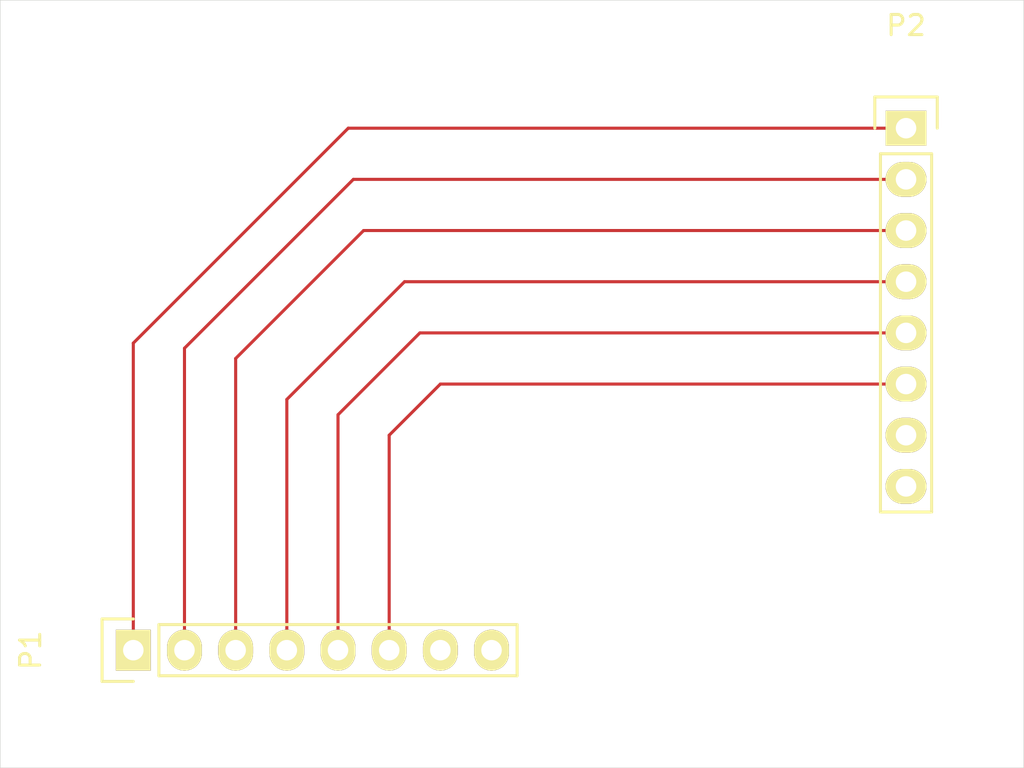
<source format=kicad_pcb>
(kicad_pcb (version 4) (host pcbnew 0.201508210901+6109~28~ubuntu14.04.1-product)

  (general
    (links 8)
    (no_connects 2)
    (area 106.667299 91.427299 157.492701 129.552701)
    (thickness 1.6)
    (drawings 4)
    (tracks 18)
    (zones 0)
    (modules 2)
    (nets 9)
  )

  (page A)
  (layers
    (0 F.Cu signal)
    (1 gnd_layer power)
    (2 vcc_layer power)
    (31 B.Cu signal)
    (32 B.Adhes user)
    (33 F.Adhes user)
    (34 B.Paste user)
    (35 F.Paste user)
    (36 B.SilkS user)
    (37 F.SilkS user)
    (38 B.Mask user)
    (39 F.Mask user)
    (40 Dwgs.User user)
    (41 Cmts.User user)
    (42 Eco1.User user)
    (43 Eco2.User user)
    (44 Edge.Cuts user)
    (45 Margin user)
    (46 B.CrtYd user)
    (47 F.CrtYd user)
    (48 B.Fab user)
    (49 F.Fab user)
  )

  (setup
    (last_trace_width 0.2032)
    (user_trace_width 0.1524)
    (user_trace_width 0.2032)
    (user_trace_width 0.254)
    (trace_clearance 0.2)
    (zone_clearance 0.508)
    (zone_45_only no)
    (trace_min 0.1524)
    (segment_width 0.2)
    (edge_width 0.0254)
    (via_size 0.6)
    (via_drill 0.4)
    (via_min_size 0.508)
    (via_min_drill 0.3048)
    (user_via 0.6096 0.254)
    (user_via 0.762 0.381)
    (uvia_size 0.3)
    (uvia_drill 0.1)
    (uvias_allowed no)
    (uvia_min_size 0)
    (uvia_min_drill 0)
    (pcb_text_width 0.3)
    (pcb_text_size 1.5 1.5)
    (mod_edge_width 0.15)
    (mod_text_size 1 1)
    (mod_text_width 0.15)
    (pad_size 1.5 1.5)
    (pad_drill 0.6)
    (pad_to_mask_clearance 0)
    (aux_axis_origin 0 0)
    (visible_elements FFFFFF7F)
    (pcbplotparams
      (layerselection 0x00030_80000001)
      (usegerberextensions false)
      (excludeedgelayer true)
      (linewidth 0.100000)
      (plotframeref false)
      (viasonmask false)
      (mode 1)
      (useauxorigin false)
      (hpglpennumber 1)
      (hpglpenspeed 20)
      (hpglpendiameter 15)
      (hpglpenoverlay 2)
      (psnegative false)
      (psa4output false)
      (plotreference true)
      (plotvalue true)
      (plotinvisibletext false)
      (padsonsilk false)
      (subtractmaskfromsilk false)
      (outputformat 1)
      (mirror false)
      (drillshape 1)
      (scaleselection 1)
      (outputdirectory ""))
  )

  (net 0 "")
  (net 1 /diff0_p)
  (net 2 /diff0_n)
  (net 3 /diff1_p)
  (net 4 /diff1_n)
  (net 5 /diff2_p)
  (net 6 /diff2_n)
  (net 7 /GND)
  (net 8 /VCC)

  (net_class Default "This is the default net class."
    (clearance 0.2)
    (trace_width 0.25)
    (via_dia 0.6)
    (via_drill 0.4)
    (uvia_dia 0.3)
    (uvia_drill 0.1)
    (add_net /GND)
    (add_net /VCC)
    (add_net /diff0_n)
    (add_net /diff0_p)
    (add_net /diff1_n)
    (add_net /diff1_p)
    (add_net /diff2_n)
    (add_net /diff2_p)
  )

  (module Pin_Headers:Pin_Header_Straight_1x08 (layer F.Cu) (tedit 0) (tstamp 55D7A653)
    (at 113.284 123.698 90)
    (descr "Through hole pin header")
    (tags "pin header")
    (path /55D7A067)
    (fp_text reference P1 (at 0 -5.1 90) (layer F.SilkS)
      (effects (font (size 1 1) (thickness 0.15)))
    )
    (fp_text value CONN_01X08 (at 0 -3.1 90) (layer F.Fab)
      (effects (font (size 1 1) (thickness 0.15)))
    )
    (fp_line (start -1.75 -1.75) (end -1.75 19.55) (layer F.CrtYd) (width 0.05))
    (fp_line (start 1.75 -1.75) (end 1.75 19.55) (layer F.CrtYd) (width 0.05))
    (fp_line (start -1.75 -1.75) (end 1.75 -1.75) (layer F.CrtYd) (width 0.05))
    (fp_line (start -1.75 19.55) (end 1.75 19.55) (layer F.CrtYd) (width 0.05))
    (fp_line (start 1.27 1.27) (end 1.27 19.05) (layer F.SilkS) (width 0.15))
    (fp_line (start 1.27 19.05) (end -1.27 19.05) (layer F.SilkS) (width 0.15))
    (fp_line (start -1.27 19.05) (end -1.27 1.27) (layer F.SilkS) (width 0.15))
    (fp_line (start 1.55 -1.55) (end 1.55 0) (layer F.SilkS) (width 0.15))
    (fp_line (start 1.27 1.27) (end -1.27 1.27) (layer F.SilkS) (width 0.15))
    (fp_line (start -1.55 0) (end -1.55 -1.55) (layer F.SilkS) (width 0.15))
    (fp_line (start -1.55 -1.55) (end 1.55 -1.55) (layer F.SilkS) (width 0.15))
    (pad 1 thru_hole rect (at 0 0 90) (size 2.032 1.7272) (drill 1.016) (layers *.Cu *.Mask F.SilkS)
      (net 1 /diff0_p))
    (pad 2 thru_hole oval (at 0 2.54 90) (size 2.032 1.7272) (drill 1.016) (layers *.Cu *.Mask F.SilkS)
      (net 2 /diff0_n))
    (pad 3 thru_hole oval (at 0 5.08 90) (size 2.032 1.7272) (drill 1.016) (layers *.Cu *.Mask F.SilkS)
      (net 3 /diff1_p))
    (pad 4 thru_hole oval (at 0 7.62 90) (size 2.032 1.7272) (drill 1.016) (layers *.Cu *.Mask F.SilkS)
      (net 4 /diff1_n))
    (pad 5 thru_hole oval (at 0 10.16 90) (size 2.032 1.7272) (drill 1.016) (layers *.Cu *.Mask F.SilkS)
      (net 5 /diff2_p))
    (pad 6 thru_hole oval (at 0 12.7 90) (size 2.032 1.7272) (drill 1.016) (layers *.Cu *.Mask F.SilkS)
      (net 6 /diff2_n))
    (pad 7 thru_hole oval (at 0 15.24 90) (size 2.032 1.7272) (drill 1.016) (layers *.Cu *.Mask F.SilkS)
      (net 7 /GND))
    (pad 8 thru_hole oval (at 0 17.78 90) (size 2.032 1.7272) (drill 1.016) (layers *.Cu *.Mask F.SilkS)
      (net 8 /VCC))
    (model Pin_Headers.3dshapes/Pin_Header_Straight_1x08.wrl
      (at (xyz 0 -0.35 0))
      (scale (xyz 1 1 1))
      (rotate (xyz 0 0 90))
    )
  )

  (module Pin_Headers:Pin_Header_Straight_1x08 (layer F.Cu) (tedit 0) (tstamp 55D7A65F)
    (at 151.638 97.79)
    (descr "Through hole pin header")
    (tags "pin header")
    (path /55D79E34)
    (fp_text reference P2 (at 0 -5.1) (layer F.SilkS)
      (effects (font (size 1 1) (thickness 0.15)))
    )
    (fp_text value CONN_01X08 (at 0 -3.1) (layer F.Fab)
      (effects (font (size 1 1) (thickness 0.15)))
    )
    (fp_line (start -1.75 -1.75) (end -1.75 19.55) (layer F.CrtYd) (width 0.05))
    (fp_line (start 1.75 -1.75) (end 1.75 19.55) (layer F.CrtYd) (width 0.05))
    (fp_line (start -1.75 -1.75) (end 1.75 -1.75) (layer F.CrtYd) (width 0.05))
    (fp_line (start -1.75 19.55) (end 1.75 19.55) (layer F.CrtYd) (width 0.05))
    (fp_line (start 1.27 1.27) (end 1.27 19.05) (layer F.SilkS) (width 0.15))
    (fp_line (start 1.27 19.05) (end -1.27 19.05) (layer F.SilkS) (width 0.15))
    (fp_line (start -1.27 19.05) (end -1.27 1.27) (layer F.SilkS) (width 0.15))
    (fp_line (start 1.55 -1.55) (end 1.55 0) (layer F.SilkS) (width 0.15))
    (fp_line (start 1.27 1.27) (end -1.27 1.27) (layer F.SilkS) (width 0.15))
    (fp_line (start -1.55 0) (end -1.55 -1.55) (layer F.SilkS) (width 0.15))
    (fp_line (start -1.55 -1.55) (end 1.55 -1.55) (layer F.SilkS) (width 0.15))
    (pad 1 thru_hole rect (at 0 0) (size 2.032 1.7272) (drill 1.016) (layers *.Cu *.Mask F.SilkS)
      (net 1 /diff0_p))
    (pad 2 thru_hole oval (at 0 2.54) (size 2.032 1.7272) (drill 1.016) (layers *.Cu *.Mask F.SilkS)
      (net 2 /diff0_n))
    (pad 3 thru_hole oval (at 0 5.08) (size 2.032 1.7272) (drill 1.016) (layers *.Cu *.Mask F.SilkS)
      (net 3 /diff1_p))
    (pad 4 thru_hole oval (at 0 7.62) (size 2.032 1.7272) (drill 1.016) (layers *.Cu *.Mask F.SilkS)
      (net 4 /diff1_n))
    (pad 5 thru_hole oval (at 0 10.16) (size 2.032 1.7272) (drill 1.016) (layers *.Cu *.Mask F.SilkS)
      (net 5 /diff2_p))
    (pad 6 thru_hole oval (at 0 12.7) (size 2.032 1.7272) (drill 1.016) (layers *.Cu *.Mask F.SilkS)
      (net 6 /diff2_n))
    (pad 7 thru_hole oval (at 0 15.24) (size 2.032 1.7272) (drill 1.016) (layers *.Cu *.Mask F.SilkS)
      (net 7 /GND))
    (pad 8 thru_hole oval (at 0 17.78) (size 2.032 1.7272) (drill 1.016) (layers *.Cu *.Mask F.SilkS)
      (net 8 /VCC))
    (model Pin_Headers.3dshapes/Pin_Header_Straight_1x08.wrl
      (at (xyz 0 -0.35 0))
      (scale (xyz 1 1 1))
      (rotate (xyz 0 0 90))
    )
  )

  (gr_line (start 106.68 91.44) (end 106.68 129.54) (angle 90) (layer Edge.Cuts) (width 0.0254))
  (gr_line (start 157.48 91.44) (end 106.68 91.44) (angle 90) (layer Edge.Cuts) (width 0.0254))
  (gr_line (start 157.48 129.54) (end 157.48 91.44) (angle 90) (layer Edge.Cuts) (width 0.0254))
  (gr_line (start 106.68 129.54) (end 157.48 129.54) (angle 90) (layer Edge.Cuts) (width 0.0254))

  (segment (start 113.284 123.698) (end 113.284 108.458) (width 0.1524) (layer F.Cu) (net 1) (status 400000))
  (segment (start 123.952 97.79) (end 151.638 97.79) (width 0.1524) (layer F.Cu) (net 1) (tstamp 55D7B4B5) (status 800000))
  (segment (start 113.284 108.458) (end 123.952 97.79) (width 0.1524) (layer F.Cu) (net 1) (tstamp 55D7B4AB))
  (segment (start 115.824 123.698) (end 115.824 108.712) (width 0.1524) (layer F.Cu) (net 2) (status 400000))
  (segment (start 124.206 100.33) (end 151.638 100.33) (width 0.1524) (layer F.Cu) (net 2) (tstamp 55D7B4C5) (status 800000))
  (segment (start 115.824 108.712) (end 124.206 100.33) (width 0.1524) (layer F.Cu) (net 2) (tstamp 55D7B4BF))
  (segment (start 118.364 123.698) (end 118.364 109.22) (width 0.1524) (layer F.Cu) (net 3) (status 400000))
  (segment (start 124.714 102.87) (end 151.638 102.87) (width 0.1524) (layer F.Cu) (net 3) (tstamp 55D7B4D3) (status 800000))
  (segment (start 118.364 109.22) (end 124.714 102.87) (width 0.1524) (layer F.Cu) (net 3) (tstamp 55D7B4CB))
  (segment (start 120.904 123.698) (end 120.904 111.252) (width 0.1524) (layer F.Cu) (net 4) (status 400000))
  (segment (start 126.746 105.41) (end 151.638 105.41) (width 0.1524) (layer F.Cu) (net 4) (tstamp 55D7B4DF) (status 800000))
  (segment (start 120.904 111.252) (end 126.746 105.41) (width 0.1524) (layer F.Cu) (net 4) (tstamp 55D7B4D7))
  (segment (start 123.444 123.698) (end 123.444 112.014) (width 0.1524) (layer F.Cu) (net 5) (status 400000))
  (segment (start 127.508 107.95) (end 151.638 107.95) (width 0.1524) (layer F.Cu) (net 5) (tstamp 55D7B4F5) (status 800000))
  (segment (start 123.444 112.014) (end 127.508 107.95) (width 0.1524) (layer F.Cu) (net 5) (tstamp 55D7B4EF))
  (segment (start 125.984 123.698) (end 125.984 113.03) (width 0.1524) (layer F.Cu) (net 6) (status 400000))
  (segment (start 128.524 110.49) (end 151.638 110.49) (width 0.1524) (layer F.Cu) (net 6) (tstamp 55D7B500) (status 800000))
  (segment (start 125.984 113.03) (end 128.524 110.49) (width 0.1524) (layer F.Cu) (net 6) (tstamp 55D7B4F9))

)

</source>
